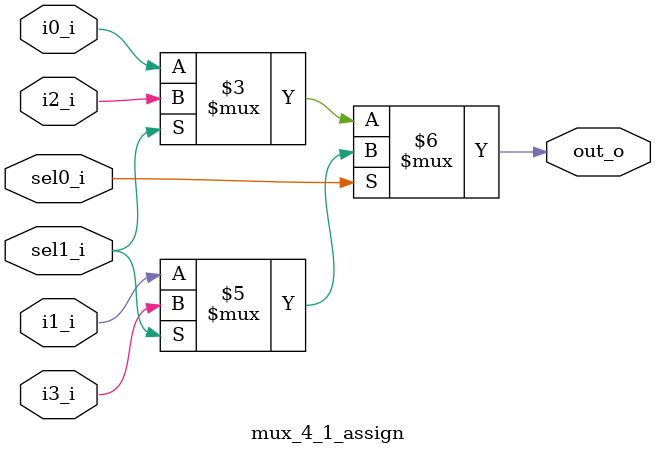
<source format=v>
`timescale 1ns / 1ps


module mux_4_1_assign
(
input i0_i,
input i1_i,
input i2_i,
input i3_i,
input sel0_i,
input sel1_i,
output out_o
);

assign out_o =  (sel0_i == 1'b0) ? 
                (sel1_i == 1'b0) ? i0_i : i2_i :
                (sel1_i == 1'b0) ? i1_i : i3_i;


endmodule
</source>
